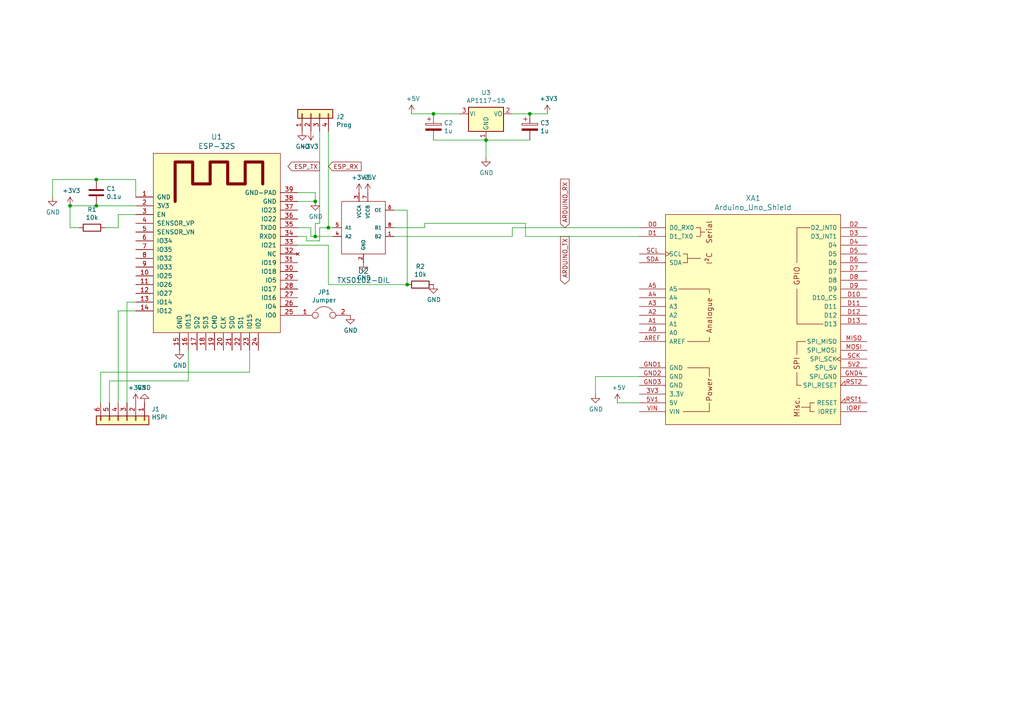
<source format=kicad_sch>
(kicad_sch (version 20230121) (generator eeschema)
  (paper "A4")
  (lib_symbols
    (symbol "esp32-cnc-wifi-rescue:AP1117-15-regul" (pin_names (offset 0.254))
      (property "Reference" "U" (at -3.81 3.175 0))
      (property "Value" "regul:AP1117-15" (at 0 3.175 0))
      (symbol "AP1117-15-regul_0_1"
        (rectangle (start -5.08 -5.08) (end 5.08 1.905) (stroke (width 0.254)) (fill (type background)))
      )
      (symbol "AP1117-15-regul_1_1"
        (pin power_in line (at 0 -7.62 90) (length 2.54) (name "GND") (number "1"))
        (pin passive line (at 7.62 0 180) (length 2.54) (name "VO") (number "2"))
        (pin power_in line (at -7.62 0 0) (length 2.54) (name "VI") (number "3"))
      )
    )
    (symbol "esp32-cnc-wifi-rescue:Arduino_Uno_Shield-Alarm-Siren" (pin_names (offset 1.016))
      (property "Reference" "XA" (at 2.54 0 90))
      (property "Value" "Alarm-Siren:Arduino_Uno_Shield" (at -2.54 0 90))
      (symbol "Arduino_Uno_Shield-Alarm-Siren_0_0"
        (rectangle (start -25.4 30.48) (end 25.4 -30.48) (fill (type background)))
        (rectangle (start -20.32 -26.67) (end -12.7 -26.67))
        (rectangle (start -19.05 -13.97) (end -12.7 -13.97))
        (polyline (pts (xy -19.05 17.78) (xy -15.24 17.78)))
        (polyline (pts (xy -15.24 25.4) (xy -13.97 25.4)))
        (polyline (pts (xy -12.7 -26.67) (xy -12.7 -24.13)))
        (polyline (pts (xy -12.7 -15.24) (xy -12.7 -16.51)))
        (polyline (pts (xy -12.7 -13.97) (xy -12.7 -15.24)))
        (polyline (pts (xy -12.7 -5.08) (xy -12.7 -6.35) (xy -19.05 -6.35)))
        (polyline (pts (xy -12.7 7.62) (xy -12.7 8.89) (xy -21.59 8.89)))
        (polyline (pts (xy 12.7 8.89) (xy 12.7 -1.27) (xy 20.32 -1.27)))
        (polyline (pts (xy 12.7 16.51) (xy 12.7 26.67) (xy 16.51 26.67)))
        (polyline (pts (xy -20.32 19.05) (xy -19.05 19.05) (xy -19.05 16.51) (xy -20.32 16.51)))
        (polyline (pts (xy -16.51 26.67) (xy -15.24 26.67) (xy -15.24 24.13) (xy -16.51 24.13)))
        (rectangle (start 12.7 -19.05) (end 12.7 -15.24))
        (rectangle (start 12.7 -10.16) (end 12.7 -6.35))
        (rectangle (start 13.97 -19.05) (end 12.7 -19.05))
        (rectangle (start 15.24 -6.35) (end 12.7 -6.35))
        (rectangle (start 16.51 -25.4) (end 13.97 -25.4))
        (rectangle (start 16.51 -24.13) (end 16.51 -26.67))
        (rectangle (start 17.78 -26.67) (end 16.51 -26.67))
        (rectangle (start 17.78 -24.13) (end 16.51 -24.13))
        (text "Analogue" (at -12.7 1.27 900) (effects (font (size 1.524 1.524))))
        (text "I²C" (at -12.7 17.78 900) (effects (font (size 1.524 1.524))))
        (text "Misc." (at 12.7 -25.4 900) (effects (font (size 1.524 1.524))))
        (text "Power" (at -12.7 -20.32 900) (effects (font (size 1.524 1.524))))
        (text "Serial" (at -12.7 25.4 900) (effects (font (size 1.524 1.524))))
        (text "SPI" (at 12.7 -12.7 900) (effects (font (size 1.524 1.524))))
      )
      (symbol "Arduino_Uno_Shield-Alarm-Siren_1_0"
        (text "GPIO" (at 12.7 12.7 900) (effects (font (size 1.524 1.524))))
      )
      (symbol "Arduino_Uno_Shield-Alarm-Siren_1_1"
        (pin power_in line (at -33.02 -21.59 0) (length 7.62) (name "3.3V") (number "3V3"))
        (pin power_in line (at -33.02 -24.13 0) (length 7.62) (name "5V") (number "5V1"))
        (pin power_in line (at 33.02 -13.97 180) (length 7.62) (name "SPI_5V") (number "5V2"))
        (pin bidirectional line (at -33.02 -3.81 0) (length 7.62) (name "A0") (number "A0"))
        (pin bidirectional line (at -33.02 -1.27 0) (length 7.62) (name "A1") (number "A1"))
        (pin bidirectional line (at -33.02 1.27 0) (length 7.62) (name "A2") (number "A2"))
        (pin bidirectional line (at -33.02 3.81 0) (length 7.62) (name "A3") (number "A3"))
        (pin bidirectional line (at -33.02 6.35 0) (length 7.62) (name "A4") (number "A4"))
        (pin bidirectional line (at -33.02 8.89 0) (length 7.62) (name "A5") (number "A5"))
        (pin input line (at -33.02 -6.35 0) (length 7.62) (name "AREF") (number "AREF"))
        (pin bidirectional line (at -33.02 26.67 0) (length 7.62) (name "D0_RX0") (number "D0"))
        (pin bidirectional line (at -33.02 24.13 0) (length 7.62) (name "D1_TX0") (number "D1"))
        (pin bidirectional line (at 33.02 6.35 180) (length 7.62) (name "D10_CS") (number "D10"))
        (pin bidirectional line (at 33.02 3.81 180) (length 7.62) (name "D11") (number "D11"))
        (pin bidirectional line (at 33.02 1.27 180) (length 7.62) (name "D12") (number "D12"))
        (pin bidirectional line (at 33.02 -1.27 180) (length 7.62) (name "D13") (number "D13"))
        (pin bidirectional line (at 33.02 26.67 180) (length 7.62) (name "D2_INT0") (number "D2"))
        (pin bidirectional line (at 33.02 24.13 180) (length 7.62) (name "D3_INT1") (number "D3"))
        (pin bidirectional line (at 33.02 21.59 180) (length 7.62) (name "D4") (number "D4"))
        (pin bidirectional line (at 33.02 19.05 180) (length 7.62) (name "D5") (number "D5"))
        (pin bidirectional line (at 33.02 16.51 180) (length 7.62) (name "D6") (number "D6"))
        (pin bidirectional line (at 33.02 13.97 180) (length 7.62) (name "D7") (number "D7"))
        (pin bidirectional line (at 33.02 11.43 180) (length 7.62) (name "D8") (number "D8"))
        (pin bidirectional line (at 33.02 8.89 180) (length 7.62) (name "D9") (number "D9"))
        (pin power_in line (at -33.02 -13.97 0) (length 7.62) (name "GND") (number "GND1"))
        (pin power_in line (at -33.02 -16.51 0) (length 7.62) (name "GND") (number "GND2"))
        (pin power_in line (at -33.02 -19.05 0) (length 7.62) (name "GND") (number "GND3"))
        (pin power_in line (at 33.02 -16.51 180) (length 7.62) (name "SPI_GND") (number "GND4"))
        (pin output line (at 33.02 -26.67 180) (length 7.62) (name "IOREF") (number "IORF"))
        (pin input line (at 33.02 -6.35 180) (length 7.62) (name "SPI_MISO") (number "MISO"))
        (pin output line (at 33.02 -8.89 180) (length 7.62) (name "SPI_MOSI") (number "MOSI"))
        (pin open_collector input_low (at 33.02 -24.13 180) (length 7.62) (name "RESET") (number "RST1"))
        (pin open_collector input_low (at 33.02 -19.05 180) (length 7.62) (name "SPI_RESET") (number "RST2"))
        (pin output clock (at 33.02 -11.43 180) (length 7.62) (name "SPI_SCK") (number "SCK"))
        (pin bidirectional clock (at -33.02 19.05 0) (length 7.62) (name "SCL") (number "SCL"))
        (pin bidirectional line (at -33.02 16.51 0) (length 7.62) (name "SDA") (number "SDA"))
        (pin power_in line (at -33.02 -26.67 0) (length 7.62) (name "VIN") (number "VIN"))
      )
    )
    (symbol "esp32-cnc-wifi-rescue:C-device" (pin_numbers hide) (pin_names (offset 0.254))
      (property "Reference" "C" (at 0.635 2.54 0))
      (property "Value" "device:C" (at 0.635 -2.54 0))
      (symbol "C-device_0_1"
        (polyline (pts (xy -2.032 -0.762) (xy 2.032 -0.762)) (stroke (width 0.508)))
        (polyline (pts (xy -2.032 0.762) (xy 2.032 0.762)) (stroke (width 0.508)))
      )
      (symbol "C-device_1_1"
        (pin passive line (at 0 3.81 270) (length 2.794) (name "~") (number "1"))
        (pin passive line (at 0 -3.81 90) (length 2.794) (name "~") (number "2"))
      )
    )
    (symbol "esp32-cnc-wifi-rescue:CP-device" (pin_numbers hide) (pin_names (offset 0.254))
      (property "Reference" "C" (at 0.635 2.54 0))
      (property "Value" "device:CP" (at 0.635 -2.54 0))
      (symbol "CP-device_0_1"
        (rectangle (start -2.286 0.508) (end -2.286 1.016))
        (rectangle (start -2.286 0.508) (end 2.286 0.508))
        (polyline (pts (xy -1.778 2.286) (xy -0.762 2.286)))
        (polyline (pts (xy -1.27 2.794) (xy -1.27 1.778)))
        (rectangle (start 2.286 -0.508) (end -2.286 -1.016) (fill (type outline)))
        (rectangle (start 2.286 1.016) (end -2.286 1.016))
        (rectangle (start 2.286 1.016) (end 2.286 0.508))
      )
      (symbol "CP-device_1_1"
        (pin passive line (at 0 3.81 270) (length 2.794) (name "~") (number "1"))
        (pin passive line (at 0 -3.81 90) (length 2.794) (name "~") (number "2"))
      )
    )
    (symbol "esp32-cnc-wifi-rescue:Conn_01x04-Connector" (pin_names (offset 1.016) hide)
      (property "Reference" "J" (at 0 5.08 0))
      (property "Value" "Connector:Conn_01x04" (at 0 -7.62 0))
      (symbol "Conn_01x04-Connector_1_1"
        (rectangle (start -1.27 -4.953) (end 0 -5.207) (stroke (width 0.1524)))
        (rectangle (start -1.27 -2.413) (end 0 -2.667) (stroke (width 0.1524)))
        (rectangle (start -1.27 0.127) (end 0 -0.127) (stroke (width 0.1524)))
        (rectangle (start -1.27 2.667) (end 0 2.413) (stroke (width 0.1524)))
        (rectangle (start -1.27 3.81) (end 1.27 -6.35) (stroke (width 0.254)) (fill (type background)))
        (pin passive line (at -5.08 2.54 0) (length 3.81) (name "Pin_1") (number "1"))
        (pin passive line (at -5.08 0 0) (length 3.81) (name "Pin_2") (number "2"))
        (pin passive line (at -5.08 -2.54 0) (length 3.81) (name "Pin_3") (number "3"))
        (pin passive line (at -5.08 -5.08 0) (length 3.81) (name "Pin_4") (number "4"))
      )
    )
    (symbol "esp32-cnc-wifi-rescue:Conn_01x06-Connector" (pin_names (offset 1.016) hide)
      (property "Reference" "J" (at 0 7.62 0))
      (property "Value" "Connector:Conn_01x06" (at 0 -10.16 0))
      (symbol "Conn_01x06-Connector_1_1"
        (rectangle (start -1.27 -7.493) (end 0 -7.747) (stroke (width 0.1524)))
        (rectangle (start -1.27 -4.953) (end 0 -5.207) (stroke (width 0.1524)))
        (rectangle (start -1.27 -2.413) (end 0 -2.667) (stroke (width 0.1524)))
        (rectangle (start -1.27 0.127) (end 0 -0.127) (stroke (width 0.1524)))
        (rectangle (start -1.27 2.667) (end 0 2.413) (stroke (width 0.1524)))
        (rectangle (start -1.27 5.207) (end 0 4.953) (stroke (width 0.1524)))
        (rectangle (start -1.27 6.35) (end 1.27 -8.89) (stroke (width 0.254)) (fill (type background)))
        (pin passive line (at -5.08 5.08 0) (length 3.81) (name "Pin_1") (number "1"))
        (pin passive line (at -5.08 2.54 0) (length 3.81) (name "Pin_2") (number "2"))
        (pin passive line (at -5.08 0 0) (length 3.81) (name "Pin_3") (number "3"))
        (pin passive line (at -5.08 -2.54 0) (length 3.81) (name "Pin_4") (number "4"))
        (pin passive line (at -5.08 -5.08 0) (length 3.81) (name "Pin_5") (number "5"))
        (pin passive line (at -5.08 -7.62 0) (length 3.81) (name "Pin_6") (number "6"))
      )
    )
    (symbol "esp32-cnc-wifi-rescue:ESP-32S-esp32" (pin_names (offset 1.016))
      (property "Reference" "U" (at -17.78 31.75 0))
      (property "Value" "ESP-32S-esp32" (at 12.7 31.75 0))
      (symbol "ESP-32S-esp32_0_1"
        (rectangle (start -19.05 30.48) (end 17.78 -21.59) (fill (type background)))
        (polyline (pts (xy -12.7 16.51) (xy -12.7 27.94) (xy -7.62 27.94) (xy -7.62 21.59) (xy -2.54 21.59) (xy -2.54 27.94) (xy 2.54 27.94) (xy 2.54 21.59) (xy 7.62 21.59) (xy 7.62 27.94) (xy 12.7 27.94) (xy 12.7 21.59)) (stroke (width 0.889)))
      )
      (symbol "ESP-32S-esp32_1_1"
        (pin power_out line (at -24.13 17.78 0) (length 5.08) (name "GND") (number "1"))
        (pin bidirectional line (at -24.13 -5.08 0) (length 5.08) (name "IO25") (number "10"))
        (pin bidirectional line (at -24.13 -7.62 0) (length 5.08) (name "IO26") (number "11"))
        (pin bidirectional line (at -24.13 -10.16 0) (length 5.08) (name "IO27") (number "12"))
        (pin bidirectional line (at -24.13 -12.7 0) (length 5.08) (name "IO14") (number "13"))
        (pin bidirectional line (at -24.13 -15.24 0) (length 5.08) (name "IO12") (number "14"))
        (pin power_in line (at -11.43 -26.67 90) (length 5.08) (name "GND") (number "15"))
        (pin bidirectional line (at -8.89 -26.67 90) (length 5.08) (name "IO13") (number "16"))
        (pin bidirectional line (at -6.35 -26.67 90) (length 5.08) (name "SD2") (number "17"))
        (pin bidirectional line (at -3.81 -26.67 90) (length 5.08) (name "SD3") (number "18"))
        (pin bidirectional line (at -1.27 -26.67 90) (length 5.08) (name "CMD") (number "19"))
        (pin power_in line (at -24.13 15.24 0) (length 5.08) (name "3V3") (number "2"))
        (pin input line (at 1.27 -26.67 90) (length 5.08) (name "CLK") (number "20"))
        (pin bidirectional line (at 3.81 -26.67 90) (length 5.08) (name "SDO") (number "21"))
        (pin bidirectional line (at 6.35 -26.67 90) (length 5.08) (name "SD1") (number "22"))
        (pin bidirectional line (at 8.89 -26.67 90) (length 5.08) (name "IO15") (number "23"))
        (pin bidirectional line (at 11.43 -26.67 90) (length 5.08) (name "IO2") (number "24"))
        (pin bidirectional line (at 22.86 -16.51 180) (length 5.08) (name "IO0") (number "25"))
        (pin input line (at 22.86 -13.97 180) (length 5.08) (name "IO4") (number "26"))
        (pin bidirectional line (at 22.86 -11.43 180) (length 5.08) (name "IO16") (number "27"))
        (pin bidirectional line (at 22.86 -8.89 180) (length 5.08) (name "IO17") (number "28"))
        (pin bidirectional line (at 22.86 -6.35 180) (length 5.08) (name "IO5") (number "29"))
        (pin input line (at -24.13 12.7 0) (length 5.08) (name "EN") (number "3"))
        (pin input line (at 22.86 -3.81 180) (length 5.08) (name "IO18") (number "30"))
        (pin bidirectional line (at 22.86 -1.27 180) (length 5.08) (name "IO19") (number "31"))
        (pin no_connect line (at 22.86 1.27 180) (length 5.08) (name "NC") (number "32"))
        (pin bidirectional line (at 22.86 3.81 180) (length 5.08) (name "IO21") (number "33"))
        (pin bidirectional line (at 22.86 6.35 180) (length 5.08) (name "RXD0") (number "34"))
        (pin bidirectional line (at 22.86 8.89 180) (length 5.08) (name "TXD0") (number "35"))
        (pin bidirectional line (at 22.86 11.43 180) (length 5.08) (name "IO22") (number "36"))
        (pin bidirectional line (at 22.86 13.97 180) (length 5.08) (name "IO23") (number "37"))
        (pin power_in line (at 22.86 16.51 180) (length 5.08) (name "GND") (number "38"))
        (pin power_in line (at 22.86 19.05 180) (length 5.08) (name "GND-PAD") (number "39"))
        (pin input line (at -24.13 10.16 0) (length 5.08) (name "SENSOR_VP") (number "4"))
        (pin input line (at -24.13 7.62 0) (length 5.08) (name "SENSOR_VN") (number "5"))
        (pin bidirectional line (at -24.13 5.08 0) (length 5.08) (name "IO34") (number "6"))
        (pin bidirectional line (at -24.13 2.54 0) (length 5.08) (name "IO35") (number "7"))
        (pin bidirectional line (at -24.13 0 0) (length 5.08) (name "IO32") (number "8"))
        (pin bidirectional line (at -24.13 -2.54 0) (length 5.08) (name "IO33") (number "9"))
      )
    )
    (symbol "esp32-cnc-wifi-rescue:Jumper-device" (pin_names (offset 0.762) hide)
      (property "Reference" "JP" (at 0 3.81 0))
      (property "Value" "device:Jumper" (at 0 -2.032 0))
      (symbol "Jumper-device_0_1"
        (circle (center -2.54 0) (radius 0.889))
        (arc (start 2.5146 1.27) (mid 0.0078 2.5097) (end -2.4892 1.27))
        (circle (center 2.54 0) (radius 0.889))
        (pin passive line (at -7.62 0 0) (length 4.191) (name "1") (number "1"))
        (pin passive line (at 7.62 0 180) (length 4.191) (name "2") (number "2"))
      )
    )
    (symbol "esp32-cnc-wifi-rescue:R-device" (pin_numbers hide) (pin_names (offset 0))
      (property "Reference" "R" (at 2.032 0 90))
      (property "Value" "device:R" (at 0 0 90))
      (symbol "R-device_0_1"
        (rectangle (start -1.016 -2.54) (end 1.016 2.54) (stroke (width 0.254)))
      )
      (symbol "R-device_1_1"
        (pin passive line (at 0 3.81 270) (length 1.27) (name "~") (number "1"))
        (pin passive line (at 0 -3.81 90) (length 1.27) (name "~") (number "2"))
      )
    )
    (symbol "esp32-cnc-wifi-rescue:TXS0102-DIL-w_rf" (pin_names (offset 1.016))
      (property "Reference" "U" (at 3.81 11.43 0))
      (property "Value" "w_rf:TXS0102-DIL" (at 10.16 8.89 0))
      (symbol "TXS0102-DIL-w_rf_0_1"
        (rectangle (start -6.35 7.62) (end 6.35 -7.62))
      )
      (symbol "TXS0102-DIL-w_rf_1_1"
        (pin passive line (at 8.89 -2.54 180) (length 2.54) (name "B2") (number "1"))
        (pin passive line (at 0 -10.16 90) (length 2.54) (name "GND") (number "2"))
        (pin passive line (at -1.27 10.16 270) (length 2.54) (name "VCCA") (number "3"))
        (pin passive line (at -8.89 -2.54 0) (length 2.54) (name "A2") (number "4"))
        (pin passive line (at -8.89 0 0) (length 2.54) (name "A1") (number "5"))
        (pin passive line (at 8.89 5.08 180) (length 2.54) (name "OE") (number "6"))
        (pin passive line (at 1.27 10.16 270) (length 2.54) (name "VCCB") (number "7"))
        (pin passive line (at 8.89 0 180) (length 2.54) (name "B1") (number "8"))
      )
    )
    (symbol "power:+3V3" (power) (pin_names (offset 0))
      (property "Value" "+3V3" (at 0 3.556 0))
      (symbol "+3V3_0_1"
        (polyline (pts (xy -0.762 1.27) (xy 0 2.54)))
        (polyline (pts (xy 0 0) (xy 0 2.54)))
        (polyline (pts (xy 0 2.54) (xy 0.762 1.27)))
      )
      (symbol "+3V3_1_1"
        (pin power_in line (at 0 0 90) (length 0) hide (name "+3V3") (number "1"))
      )
    )
    (symbol "power:+5V" (power) (pin_names (offset 0))
      (property "Value" "+5V" (at 0 3.556 0))
      (symbol "+5V_0_1"
        (polyline (pts (xy -0.762 1.27) (xy 0 2.54)))
        (polyline (pts (xy 0 0) (xy 0 2.54)))
        (polyline (pts (xy 0 2.54) (xy 0.762 1.27)))
      )
      (symbol "+5V_1_1"
        (pin power_in line (at 0 0 90) (length 0) hide (name "+5V") (number "1"))
      )
    )
    (symbol "power:GND" (power) (pin_names (offset 0))
      (property "Value" "GND" (at 0 -3.81 0))
      (symbol "GND_0_1"
        (polyline (pts (xy 0 0) (xy 0 -1.27) (xy 1.27 -1.27) (xy 0 -2.54) (xy -1.27 -1.27) (xy 0 -1.27)))
      )
      (symbol "GND_1_1"
        (pin power_in line (at 0 0 270) (length 0) hide (name "GND") (number "1"))
      )
    )
  )
  (junction (at 91.44 68.58))
  (junction (at 95.25 66.04))
  (junction (at 27.94 52.07))
  (junction (at 91.44 58.42))
  (junction (at 153.67 33.02))
  (junction (at 27.94 59.69))
  (junction (at 118.11 82.55))
  (junction (at 20.32 59.69))
  (junction (at 125.73 33.02))
  (junction (at 140.97 40.64))
  (wire (pts (xy 153.67 40.64) (xy 140.97 40.64)))
  (wire (pts (xy 185.42 109.22) (xy 172.72 109.22)))
  (wire (pts (xy 119.38 33.02) (xy 125.73 33.02)))
  (wire (pts (xy 20.32 66.04) (xy 22.86 66.04)))
  (wire (pts (xy 54.61 101.6) (xy 54.61 110.49)))
  (wire (pts (xy 20.32 59.69) (xy 20.32 66.04)))
  (wire (pts (xy 95.25 38.1) (xy 95.25 66.04)))
  (wire (pts (xy 15.24 57.15) (xy 15.24 52.07)))
  (wire (pts (xy 29.21 107.95) (xy 72.39 107.95)))
  (wire (pts (xy 39.37 87.63) (xy 36.83 87.63)))
  (wire (pts (xy 172.72 109.22) (xy 172.72 114.3)))
  (wire (pts (xy 20.32 59.69) (xy 27.94 59.69)))
  (wire (pts (xy 95.25 71.12) (xy 95.25 82.55)))
  (wire (pts (xy 95.25 66.04) (xy 96.52 66.04)))
  (wire (pts (xy 91.44 55.88) (xy 91.44 58.42)))
  (wire (pts (xy 158.75 33.02) (xy 153.67 33.02)))
  (wire (pts (xy 29.21 116.84) (xy 29.21 107.95)))
  (wire (pts (xy 118.11 82.55) (xy 118.11 60.96)))
  (wire (pts (xy 34.29 62.23) (xy 34.29 66.04)))
  (wire (pts (xy 39.37 62.23) (xy 34.29 62.23)))
  (wire (pts (xy 92.71 69.85) (xy 92.71 66.04)))
  (wire (pts (xy 140.97 45.72) (xy 140.97 40.64)))
  (wire (pts (xy 86.36 68.58) (xy 88.9 68.58)))
  (wire (pts (xy 86.36 66.04) (xy 90.17 66.04)))
  (wire (pts (xy 114.3 68.58) (xy 148.59 68.58)))
  (wire (pts (xy 27.94 59.69) (xy 39.37 59.69)))
  (wire (pts (xy 118.11 60.96) (xy 114.3 60.96)))
  (wire (pts (xy 92.71 66.04) (xy 95.25 66.04)))
  (wire (pts (xy 148.59 68.58) (xy 148.59 66.04)))
  (wire (pts (xy 86.36 55.88) (xy 91.44 55.88)))
  (wire (pts (xy 91.44 64.77) (xy 91.44 68.58)))
  (wire (pts (xy 125.73 33.02) (xy 133.35 33.02)))
  (wire (pts (xy 92.71 38.1) (xy 92.71 64.77)))
  (wire (pts (xy 125.73 40.64) (xy 140.97 40.64)))
  (wire (pts (xy 148.59 66.04) (xy 185.42 66.04)))
  (wire (pts (xy 92.71 64.77) (xy 91.44 64.77)))
  (wire (pts (xy 91.44 58.42) (xy 86.36 58.42)))
  (wire (pts (xy 123.19 64.77) (xy 123.19 66.04)))
  (wire (pts (xy 39.37 57.15) (xy 39.37 52.07)))
  (wire (pts (xy 72.39 107.95) (xy 72.39 101.6)))
  (wire (pts (xy 90.17 66.04) (xy 90.17 68.58)))
  (wire (pts (xy 90.17 68.58) (xy 91.44 68.58)))
  (wire (pts (xy 31.75 110.49) (xy 54.61 110.49)))
  (wire (pts (xy 88.9 68.58) (xy 88.9 69.85)))
  (wire (pts (xy 179.07 116.84) (xy 185.42 116.84)))
  (wire (pts (xy 152.4 64.77) (xy 123.19 64.77)))
  (wire (pts (xy 86.36 71.12) (xy 95.25 71.12)))
  (wire (pts (xy 34.29 116.84) (xy 34.29 90.17)))
  (wire (pts (xy 88.9 69.85) (xy 92.71 69.85)))
  (wire (pts (xy 185.42 68.58) (xy 152.4 68.58)))
  (wire (pts (xy 152.4 68.58) (xy 152.4 64.77)))
  (wire (pts (xy 31.75 110.49) (xy 31.75 116.84)))
  (wire (pts (xy 34.29 90.17) (xy 39.37 90.17)))
  (wire (pts (xy 153.67 33.02) (xy 148.59 33.02)))
  (wire (pts (xy 30.48 66.04) (xy 34.29 66.04)))
  (wire (pts (xy 36.83 87.63) (xy 36.83 116.84)))
  (wire (pts (xy 91.44 68.58) (xy 96.52 68.58)))
  (wire (pts (xy 15.24 52.07) (xy 27.94 52.07)))
  (wire (pts (xy 39.37 52.07) (xy 27.94 52.07)))
  (wire (pts (xy 123.19 66.04) (xy 114.3 66.04)))
  (wire (pts (xy 95.25 82.55) (xy 118.11 82.55)))
  (global_label "ESP_RX" (shape input) (at 95.25 48.26 0) (property "Intersheetrefs" "${INTERSHEET_REFS}" (effects hide)))
  (global_label "ARDUINO_TX" (shape output) (at 163.83 68.58 270) (property "Intersheetrefs" "${INTERSHEET_REFS}" (effects hide)))
  (global_label "ESP_TX" (shape output) (at 92.71 48.26 180) (property "Intersheetrefs" "${INTERSHEET_REFS}" (effects hide)))
  (global_label "ARDUINO_RX" (shape input) (at 163.83 66.04 90) (property "Intersheetrefs" "${INTERSHEET_REFS}" (effects hide)))
  (symbol (lib_id "esp32-cnc-wifi-rescue:ESP-32S-esp32") (at 63.5 74.93 0) (unit 1)
    (property "Reference" "U1" (at 62.865 39.7002 0) (effects (font (size 1.524 1.524))))
    (property "Value" "ESP-32S" (at 62.865 42.3926 0) (effects (font (size 1.524 1.524))))
    (property "Footprint" "adamgreig/agg-kicad/agg.pretty:ESP-WROOM-32" (effects hide))
  )
  (symbol (lib_id "esp32-cnc-wifi-rescue:Arduino_Uno_Shield-Alarm-Siren") (at 218.44 92.71 0) (unit 1)
    (property "Reference" "XA1" (at 218.44 57.4802 0) (effects (font (size 1.524 1.524))))
    (property "Value" "Arduino_Uno_Shield" (at 218.44 60.1726 0) (effects (font (size 1.524 1.524))))
    (property "Footprint" "Alarm-Siren/Arduino.pretty:Arduino_Uno_Shield_LargePads" (effects hide))
    (property "Datasheet" "https://store.arduino.cc/arduino-uno-rev3" (effects hide))
  )
  (symbol (lib_id "esp32-cnc-wifi-rescue:AP1117-15-regul") (at 140.97 33.02 0) (unit 1)
    (property "Reference" "U3" (at 140.97 26.8732 0))
    (property "Value" "AP1117-15" (at 140.97 29.1846 0))
    (property "Footprint" "KiCad/TO_SOT_Packages_SMD.pretty:SOT-223-3_TabPin2" (effects hide))
    (property "Datasheet" "http://www.diodes.com/datasheets/AP1117.pdf" (effects hide))
  )
  (symbol (lib_id "power:+5V") (at 119.38 33.02 0) (unit 1)
    (property "Reference" "#PWR01" (effects hide))
    (property "Value" "+5V" (at 119.761 28.6258 0))
  )
  (symbol (lib_id "power:+3V3") (at 158.75 33.02 0) (unit 1)
    (property "Reference" "#PWR02" (effects hide))
    (property "Value" "+3V3" (at 159.131 28.6258 0))
  )
  (symbol (lib_id "power:GND") (at 140.97 45.72 0) (unit 1)
    (property "Reference" "#PWR03" (effects hide))
    (property "Value" "GND" (at 141.097 50.1142 0))
  )
  (symbol (lib_id "power:+3V3") (at 20.32 59.69 0) (unit 1)
    (property "Reference" "#PWR04" (effects hide))
    (property "Value" "+3V3" (at 20.701 55.2958 0))
  )
  (symbol (lib_id "power:GND") (at 15.24 57.15 0) (unit 1)
    (property "Reference" "#PWR05" (effects hide))
    (property "Value" "GND" (at 15.367 61.5442 0))
  )
  (symbol (lib_id "esp32-cnc-wifi-rescue:C-device") (at 27.94 55.88 0) (unit 1)
    (property "Reference" "C1" (at 30.861 54.7116 0) (effects (justify left)))
    (property "Value" "0.1u" (at 30.861 57.023 0) (effects (justify left)))
    (property "Footprint" "coddingtonbear/coddingtonbear.pretty:0805_Milling" (effects hide))
  )
  (symbol (lib_id "power:+5V") (at 179.07 116.84 0) (unit 1)
    (property "Reference" "#PWR06" (effects hide))
    (property "Value" "+5V" (at 179.451 112.4458 0))
  )
  (symbol (lib_id "power:GND") (at 172.72 114.3 0) (unit 1)
    (property "Reference" "#PWR07" (effects hide))
    (property "Value" "GND" (at 172.847 118.6942 0))
  )
  (symbol (lib_id "esp32-cnc-wifi-rescue:TXS0102-DIL-w_rf") (at 105.41 66.04 0) (unit 1)
    (property "Reference" "U2" (at 105.41 78.5876 0) (effects (font (size 1.524 1.524))))
    (property "Value" "TXS0102-DIL" (at 105.41 81.28 0) (effects (font (size 1.524 1.524))))
    (property "Footprint" "kicad-castellated-breakouts:SSOP8-1.27MM-CASTELLATED" (effects hide))
  )
  (symbol (lib_id "power:GND") (at 105.41 76.2 0) (unit 1)
    (property "Reference" "#PWR08" (effects hide))
    (property "Value" "GND" (at 105.537 80.5942 0))
  )
  (symbol (lib_id "power:+3V3") (at 104.14 55.88 0) (unit 1)
    (property "Reference" "#PWR09" (effects hide))
    (property "Value" "+3V3" (at 104.521 51.4858 0))
  )
  (symbol (lib_id "power:+5V") (at 106.68 55.88 0) (unit 1)
    (property "Reference" "#PWR010" (effects hide))
    (property "Value" "+5V" (at 107.061 51.4858 0))
  )
  (symbol (lib_id "power:GND") (at 91.44 58.42 0) (unit 1)
    (property "Reference" "#PWR011" (effects hide))
    (property "Value" "GND" (at 91.567 62.8142 0))
  )
  (symbol (lib_id "esp32-cnc-wifi-rescue:R-device") (at 26.67 66.04 270) (unit 1)
    (property "Reference" "R1" (at 26.67 60.7822 90))
    (property "Value" "10k" (at 26.67 63.0936 90))
    (property "Footprint" "coddingtonbear/coddingtonbear.pretty:0805_Milling" (effects hide))
  )
  (symbol (lib_id "power:GND") (at 52.07 101.6 0) (unit 1)
    (property "Reference" "#PWR012" (effects hide))
    (property "Value" "GND" (at 52.197 105.9942 0))
  )
  (symbol (lib_id "esp32-cnc-wifi-rescue:Conn_01x04-Connector") (at 90.17 33.02 90) (unit 1)
    (property "Reference" "J2" (at 97.4852 33.8836 90) (effects (justify right)))
    (property "Value" "Prog" (at 97.4852 36.195 90) (effects (justify right)))
    (property "Footprint" "coddingtonbear:JST_XH_B04B-XH-A_04x2.50mm_Straight_LargePads" (effects hide))
  )
  (symbol (lib_id "power:GND") (at 87.63 38.1 0) (unit 1)
    (property "Reference" "#PWR013" (effects hide))
    (property "Value" "GND" (at 87.757 42.4942 0))
  )
  (symbol (lib_id "power:+3V3") (at 90.17 38.1 180) (unit 1)
    (property "Reference" "#PWR014" (effects hide))
    (property "Value" "+3V3" (at 89.789 42.4942 0))
  )
  (symbol (lib_id "esp32-cnc-wifi-rescue:CP-device") (at 125.73 36.83 0) (unit 1)
    (property "Reference" "C2" (at 128.7272 35.6616 0) (effects (justify left)))
    (property "Value" "1u" (at 128.7272 37.973 0) (effects (justify left)))
    (property "Footprint" "coddingtonbear/coddingtonbear.pretty:CP_Tantalum_Case-C_EIA-6032-28_Milling" (effects hide))
  )
  (symbol (lib_id "esp32-cnc-wifi-rescue:CP-device") (at 153.67 36.83 0) (unit 1)
    (property "Reference" "C3" (at 156.6672 35.6616 0) (effects (justify left)))
    (property "Value" "1u" (at 156.6672 37.973 0) (effects (justify left)))
    (property "Footprint" "coddingtonbear/coddingtonbear.pretty:CP_Tantalum_Case-C_EIA-6032-28_Milling" (effects hide))
  )
  (symbol (lib_id "esp32-cnc-wifi-rescue:Jumper-device") (at 93.98 91.44 0) (unit 1)
    (property "Reference" "JP1" (at 93.98 84.7344 0))
    (property "Value" "Jumper" (at 93.98 87.0458 0))
    (property "Footprint" "KiCad/Pin_Headers.pretty:Pin_Header_Straight_1x02_Pitch2.54mm" (effects hide))
  )
  (symbol (lib_id "power:GND") (at 101.6 91.44 0) (unit 1)
    (property "Reference" "#PWR015" (effects hide))
    (property "Value" "GND" (at 101.727 95.8342 0))
  )
  (symbol (lib_id "power:GND") (at 41.91 116.84 180) (unit 1)
    (property "Reference" "#PWR016" (effects hide))
    (property "Value" "GND" (at 41.783 112.4458 0))
  )
  (symbol (lib_id "power:+3V3") (at 39.37 116.84 0) (unit 1)
    (property "Reference" "#PWR017" (effects hide))
    (property "Value" "+3V3" (at 39.751 112.4458 0))
  )
  (symbol (lib_id "power:GND") (at 125.73 82.55 0) (unit 1)
    (property "Reference" "#PWR0101" (effects hide))
    (property "Value" "GND" (at 125.857 86.9442 0))
  )
  (symbol (lib_id "esp32-cnc-wifi-rescue:R-device") (at 121.92 82.55 270) (unit 1)
    (property "Reference" "R2" (at 121.92 77.2922 90))
    (property "Value" "10k" (at 121.92 79.6036 90))
    (property "Footprint" "coddingtonbear/coddingtonbear.pretty:0805_Milling" (effects hide))
  )
  (symbol (lib_id "esp32-cnc-wifi-rescue:Conn_01x06-Connector") (at 36.83 121.92 270) (unit 1)
    (property "Reference" "J1" (at 43.942 118.6942 90) (effects (justify left)))
    (property "Value" "HSPI" (at 43.942 121.0056 90) (effects (justify left)))
    (property "Footprint" "coddingtonbear/coddingtonbear.pretty:JST_XH_B06B-XH-A_06x2.50mm_Straight_LargePads" (effects hide))
  )
)
</source>
